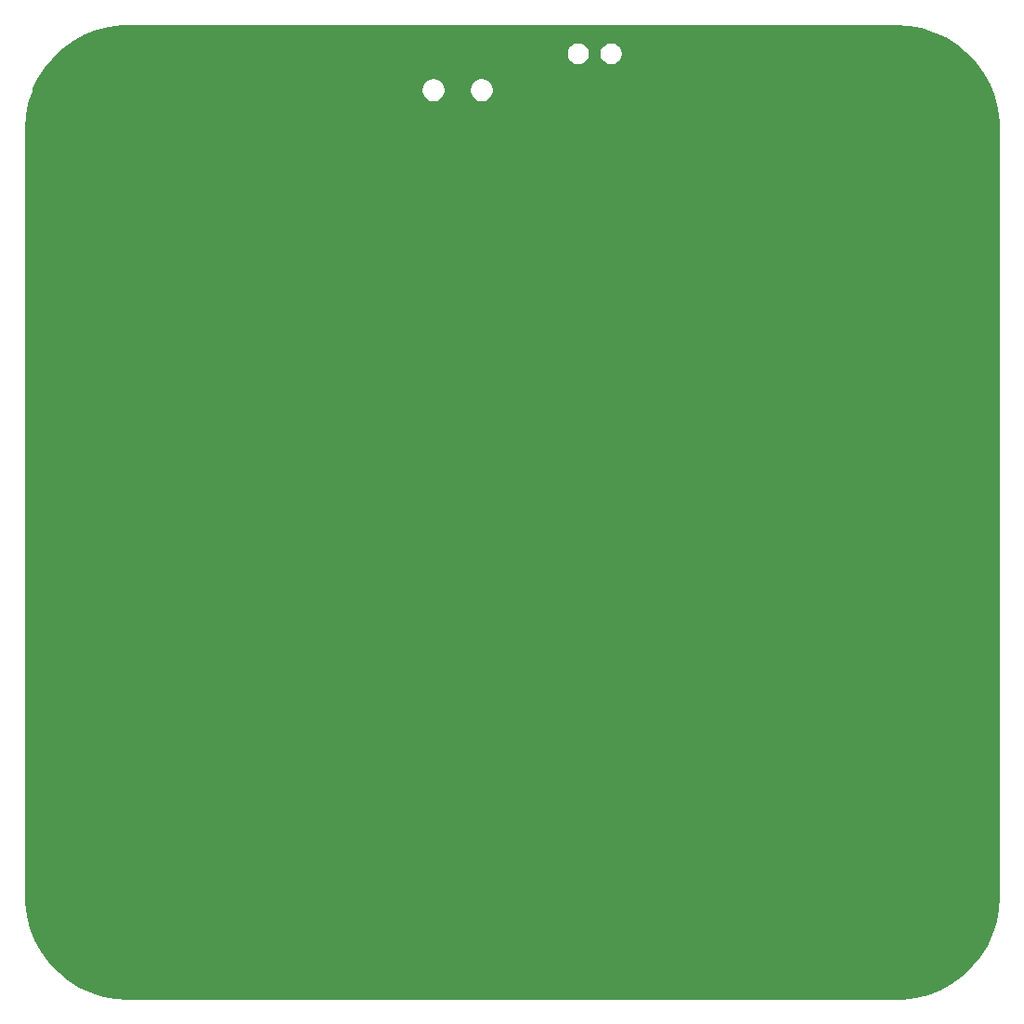
<source format=gbl>
G04 #@! TF.GenerationSoftware,KiCad,Pcbnew,(5.1.8)-1*
G04 #@! TF.CreationDate,2021-04-18T14:37:25+02:00*
G04 #@! TF.ProjectId,Coaster_LiPo,436f6173-7465-4725-9f4c-69506f2e6b69,D*
G04 #@! TF.SameCoordinates,Original*
G04 #@! TF.FileFunction,Copper,L2,Bot*
G04 #@! TF.FilePolarity,Positive*
%FSLAX46Y46*%
G04 Gerber Fmt 4.6, Leading zero omitted, Abs format (unit mm)*
G04 Created by KiCad (PCBNEW (5.1.8)-1) date 2021-04-18 14:37:25*
%MOMM*%
%LPD*%
G01*
G04 APERTURE LIST*
G04 #@! TA.AperFunction,ViaPad*
%ADD10C,0.800000*%
G04 #@! TD*
G04 #@! TA.AperFunction,Conductor*
%ADD11C,0.254000*%
G04 #@! TD*
G04 #@! TA.AperFunction,Conductor*
%ADD12C,0.150000*%
G04 #@! TD*
G04 APERTURE END LIST*
D10*
X73250000Y-111500000D03*
X101500000Y-103500000D03*
X100500000Y-110000000D03*
X93500000Y-116000000D03*
X96500000Y-118000000D03*
X84750000Y-104250000D03*
X50250000Y-116750000D03*
X76750000Y-133500000D03*
X111750000Y-133500000D03*
X128750000Y-108250000D03*
X128500000Y-73250000D03*
X51250000Y-81750000D03*
X103250000Y-56250000D03*
X68250000Y-56250000D03*
X82250000Y-59250000D03*
X89000000Y-98000000D03*
X91000000Y-98000000D03*
X91000000Y-92000000D03*
X88250000Y-96500000D03*
X91750000Y-96500000D03*
X88250000Y-93500000D03*
X91750000Y-93500000D03*
X89000000Y-92000000D03*
X106000000Y-92250000D03*
X108500000Y-90000000D03*
X89500000Y-61000000D03*
X91500000Y-53750000D03*
X78500000Y-59250000D03*
X78500000Y-53500000D03*
D11*
X126170449Y-50734944D02*
X127322444Y-50954698D01*
X128437801Y-51317100D01*
X129498955Y-51816441D01*
X130489146Y-52444836D01*
X131392776Y-53192383D01*
X132195588Y-54047292D01*
X132884922Y-54996079D01*
X133449903Y-56023774D01*
X133881627Y-57114186D01*
X134173281Y-58250103D01*
X134321571Y-59423941D01*
X134340000Y-60010358D01*
X134340001Y-129979237D01*
X134265056Y-131170448D01*
X134045302Y-132322444D01*
X133682900Y-133437801D01*
X133183560Y-134498952D01*
X132555165Y-135489144D01*
X131807612Y-136392780D01*
X130952708Y-137195588D01*
X130003922Y-137884922D01*
X128976227Y-138449903D01*
X127885813Y-138881627D01*
X126749897Y-139173281D01*
X125576058Y-139321571D01*
X124989642Y-139340000D01*
X55020747Y-139340000D01*
X53829552Y-139265056D01*
X52677556Y-139045302D01*
X51562199Y-138682900D01*
X50501048Y-138183560D01*
X49510856Y-137555165D01*
X48607220Y-136807612D01*
X47804412Y-135952708D01*
X47115078Y-135003922D01*
X46550097Y-133976227D01*
X46118373Y-132885813D01*
X45826719Y-131749897D01*
X45678429Y-130576058D01*
X45660000Y-129989642D01*
X45660000Y-60020747D01*
X45734944Y-58829551D01*
X45954698Y-57677556D01*
X46317100Y-56562199D01*
X46398972Y-56388212D01*
X81665000Y-56388212D01*
X81665000Y-56611788D01*
X81708617Y-56831067D01*
X81794176Y-57037624D01*
X81918388Y-57223520D01*
X82076480Y-57381612D01*
X82262376Y-57505824D01*
X82468933Y-57591383D01*
X82688212Y-57635000D01*
X82911788Y-57635000D01*
X83131067Y-57591383D01*
X83337624Y-57505824D01*
X83523520Y-57381612D01*
X83681612Y-57223520D01*
X83805824Y-57037624D01*
X83891383Y-56831067D01*
X83935000Y-56611788D01*
X83935000Y-56388212D01*
X86065000Y-56388212D01*
X86065000Y-56611788D01*
X86108617Y-56831067D01*
X86194176Y-57037624D01*
X86318388Y-57223520D01*
X86476480Y-57381612D01*
X86662376Y-57505824D01*
X86868933Y-57591383D01*
X87088212Y-57635000D01*
X87311788Y-57635000D01*
X87531067Y-57591383D01*
X87737624Y-57505824D01*
X87923520Y-57381612D01*
X88081612Y-57223520D01*
X88205824Y-57037624D01*
X88291383Y-56831067D01*
X88335000Y-56611788D01*
X88335000Y-56388212D01*
X88291383Y-56168933D01*
X88205824Y-55962376D01*
X88081612Y-55776480D01*
X87923520Y-55618388D01*
X87737624Y-55494176D01*
X87531067Y-55408617D01*
X87311788Y-55365000D01*
X87088212Y-55365000D01*
X86868933Y-55408617D01*
X86662376Y-55494176D01*
X86476480Y-55618388D01*
X86318388Y-55776480D01*
X86194176Y-55962376D01*
X86108617Y-56168933D01*
X86065000Y-56388212D01*
X83935000Y-56388212D01*
X83891383Y-56168933D01*
X83805824Y-55962376D01*
X83681612Y-55776480D01*
X83523520Y-55618388D01*
X83337624Y-55494176D01*
X83131067Y-55408617D01*
X82911788Y-55365000D01*
X82688212Y-55365000D01*
X82468933Y-55408617D01*
X82262376Y-55494176D01*
X82076480Y-55618388D01*
X81918388Y-55776480D01*
X81794176Y-55962376D01*
X81708617Y-56168933D01*
X81665000Y-56388212D01*
X46398972Y-56388212D01*
X46816441Y-55501045D01*
X47444836Y-54510854D01*
X48192383Y-53607224D01*
X48771777Y-53063137D01*
X94915000Y-53063137D01*
X94915000Y-53276863D01*
X94956696Y-53486483D01*
X95038485Y-53683940D01*
X95157225Y-53861647D01*
X95308353Y-54012775D01*
X95486060Y-54131515D01*
X95683517Y-54213304D01*
X95893137Y-54255000D01*
X96106863Y-54255000D01*
X96316483Y-54213304D01*
X96513940Y-54131515D01*
X96691647Y-54012775D01*
X96842775Y-53861647D01*
X96961515Y-53683940D01*
X97043304Y-53486483D01*
X97085000Y-53276863D01*
X97085000Y-53063137D01*
X97915000Y-53063137D01*
X97915000Y-53276863D01*
X97956696Y-53486483D01*
X98038485Y-53683940D01*
X98157225Y-53861647D01*
X98308353Y-54012775D01*
X98486060Y-54131515D01*
X98683517Y-54213304D01*
X98893137Y-54255000D01*
X99106863Y-54255000D01*
X99316483Y-54213304D01*
X99513940Y-54131515D01*
X99691647Y-54012775D01*
X99842775Y-53861647D01*
X99961515Y-53683940D01*
X100043304Y-53486483D01*
X100085000Y-53276863D01*
X100085000Y-53063137D01*
X100043304Y-52853517D01*
X99961515Y-52656060D01*
X99842775Y-52478353D01*
X99691647Y-52327225D01*
X99513940Y-52208485D01*
X99316483Y-52126696D01*
X99106863Y-52085000D01*
X98893137Y-52085000D01*
X98683517Y-52126696D01*
X98486060Y-52208485D01*
X98308353Y-52327225D01*
X98157225Y-52478353D01*
X98038485Y-52656060D01*
X97956696Y-52853517D01*
X97915000Y-53063137D01*
X97085000Y-53063137D01*
X97043304Y-52853517D01*
X96961515Y-52656060D01*
X96842775Y-52478353D01*
X96691647Y-52327225D01*
X96513940Y-52208485D01*
X96316483Y-52126696D01*
X96106863Y-52085000D01*
X95893137Y-52085000D01*
X95683517Y-52126696D01*
X95486060Y-52208485D01*
X95308353Y-52327225D01*
X95157225Y-52478353D01*
X95038485Y-52656060D01*
X94956696Y-52853517D01*
X94915000Y-53063137D01*
X48771777Y-53063137D01*
X49047292Y-52804412D01*
X49996079Y-52115078D01*
X51023774Y-51550097D01*
X52114186Y-51118373D01*
X53250103Y-50826719D01*
X54423941Y-50678429D01*
X55010358Y-50660000D01*
X124979253Y-50660000D01*
X126170449Y-50734944D01*
G04 #@! TA.AperFunction,Conductor*
D12*
G36*
X126170449Y-50734944D02*
G01*
X127322444Y-50954698D01*
X128437801Y-51317100D01*
X129498955Y-51816441D01*
X130489146Y-52444836D01*
X131392776Y-53192383D01*
X132195588Y-54047292D01*
X132884922Y-54996079D01*
X133449903Y-56023774D01*
X133881627Y-57114186D01*
X134173281Y-58250103D01*
X134321571Y-59423941D01*
X134340000Y-60010358D01*
X134340001Y-129979237D01*
X134265056Y-131170448D01*
X134045302Y-132322444D01*
X133682900Y-133437801D01*
X133183560Y-134498952D01*
X132555165Y-135489144D01*
X131807612Y-136392780D01*
X130952708Y-137195588D01*
X130003922Y-137884922D01*
X128976227Y-138449903D01*
X127885813Y-138881627D01*
X126749897Y-139173281D01*
X125576058Y-139321571D01*
X124989642Y-139340000D01*
X55020747Y-139340000D01*
X53829552Y-139265056D01*
X52677556Y-139045302D01*
X51562199Y-138682900D01*
X50501048Y-138183560D01*
X49510856Y-137555165D01*
X48607220Y-136807612D01*
X47804412Y-135952708D01*
X47115078Y-135003922D01*
X46550097Y-133976227D01*
X46118373Y-132885813D01*
X45826719Y-131749897D01*
X45678429Y-130576058D01*
X45660000Y-129989642D01*
X45660000Y-60020747D01*
X45734944Y-58829551D01*
X45954698Y-57677556D01*
X46317100Y-56562199D01*
X46398972Y-56388212D01*
X81665000Y-56388212D01*
X81665000Y-56611788D01*
X81708617Y-56831067D01*
X81794176Y-57037624D01*
X81918388Y-57223520D01*
X82076480Y-57381612D01*
X82262376Y-57505824D01*
X82468933Y-57591383D01*
X82688212Y-57635000D01*
X82911788Y-57635000D01*
X83131067Y-57591383D01*
X83337624Y-57505824D01*
X83523520Y-57381612D01*
X83681612Y-57223520D01*
X83805824Y-57037624D01*
X83891383Y-56831067D01*
X83935000Y-56611788D01*
X83935000Y-56388212D01*
X86065000Y-56388212D01*
X86065000Y-56611788D01*
X86108617Y-56831067D01*
X86194176Y-57037624D01*
X86318388Y-57223520D01*
X86476480Y-57381612D01*
X86662376Y-57505824D01*
X86868933Y-57591383D01*
X87088212Y-57635000D01*
X87311788Y-57635000D01*
X87531067Y-57591383D01*
X87737624Y-57505824D01*
X87923520Y-57381612D01*
X88081612Y-57223520D01*
X88205824Y-57037624D01*
X88291383Y-56831067D01*
X88335000Y-56611788D01*
X88335000Y-56388212D01*
X88291383Y-56168933D01*
X88205824Y-55962376D01*
X88081612Y-55776480D01*
X87923520Y-55618388D01*
X87737624Y-55494176D01*
X87531067Y-55408617D01*
X87311788Y-55365000D01*
X87088212Y-55365000D01*
X86868933Y-55408617D01*
X86662376Y-55494176D01*
X86476480Y-55618388D01*
X86318388Y-55776480D01*
X86194176Y-55962376D01*
X86108617Y-56168933D01*
X86065000Y-56388212D01*
X83935000Y-56388212D01*
X83891383Y-56168933D01*
X83805824Y-55962376D01*
X83681612Y-55776480D01*
X83523520Y-55618388D01*
X83337624Y-55494176D01*
X83131067Y-55408617D01*
X82911788Y-55365000D01*
X82688212Y-55365000D01*
X82468933Y-55408617D01*
X82262376Y-55494176D01*
X82076480Y-55618388D01*
X81918388Y-55776480D01*
X81794176Y-55962376D01*
X81708617Y-56168933D01*
X81665000Y-56388212D01*
X46398972Y-56388212D01*
X46816441Y-55501045D01*
X47444836Y-54510854D01*
X48192383Y-53607224D01*
X48771777Y-53063137D01*
X94915000Y-53063137D01*
X94915000Y-53276863D01*
X94956696Y-53486483D01*
X95038485Y-53683940D01*
X95157225Y-53861647D01*
X95308353Y-54012775D01*
X95486060Y-54131515D01*
X95683517Y-54213304D01*
X95893137Y-54255000D01*
X96106863Y-54255000D01*
X96316483Y-54213304D01*
X96513940Y-54131515D01*
X96691647Y-54012775D01*
X96842775Y-53861647D01*
X96961515Y-53683940D01*
X97043304Y-53486483D01*
X97085000Y-53276863D01*
X97085000Y-53063137D01*
X97915000Y-53063137D01*
X97915000Y-53276863D01*
X97956696Y-53486483D01*
X98038485Y-53683940D01*
X98157225Y-53861647D01*
X98308353Y-54012775D01*
X98486060Y-54131515D01*
X98683517Y-54213304D01*
X98893137Y-54255000D01*
X99106863Y-54255000D01*
X99316483Y-54213304D01*
X99513940Y-54131515D01*
X99691647Y-54012775D01*
X99842775Y-53861647D01*
X99961515Y-53683940D01*
X100043304Y-53486483D01*
X100085000Y-53276863D01*
X100085000Y-53063137D01*
X100043304Y-52853517D01*
X99961515Y-52656060D01*
X99842775Y-52478353D01*
X99691647Y-52327225D01*
X99513940Y-52208485D01*
X99316483Y-52126696D01*
X99106863Y-52085000D01*
X98893137Y-52085000D01*
X98683517Y-52126696D01*
X98486060Y-52208485D01*
X98308353Y-52327225D01*
X98157225Y-52478353D01*
X98038485Y-52656060D01*
X97956696Y-52853517D01*
X97915000Y-53063137D01*
X97085000Y-53063137D01*
X97043304Y-52853517D01*
X96961515Y-52656060D01*
X96842775Y-52478353D01*
X96691647Y-52327225D01*
X96513940Y-52208485D01*
X96316483Y-52126696D01*
X96106863Y-52085000D01*
X95893137Y-52085000D01*
X95683517Y-52126696D01*
X95486060Y-52208485D01*
X95308353Y-52327225D01*
X95157225Y-52478353D01*
X95038485Y-52656060D01*
X94956696Y-52853517D01*
X94915000Y-53063137D01*
X48771777Y-53063137D01*
X49047292Y-52804412D01*
X49996079Y-52115078D01*
X51023774Y-51550097D01*
X52114186Y-51118373D01*
X53250103Y-50826719D01*
X54423941Y-50678429D01*
X55010358Y-50660000D01*
X124979253Y-50660000D01*
X126170449Y-50734944D01*
G37*
G04 #@! TD.AperFunction*
M02*

</source>
